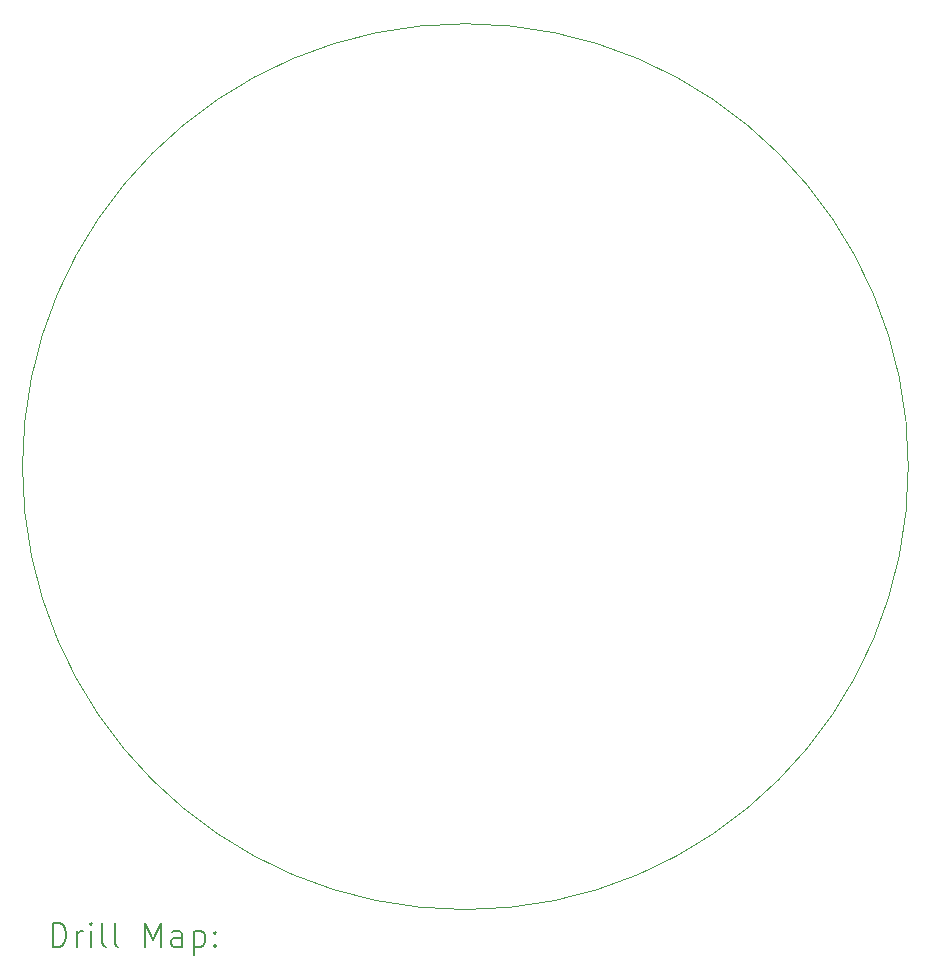
<source format=gbr>
%TF.GenerationSoftware,KiCad,Pcbnew,8.0.1-rc1*%
%TF.CreationDate,2024-04-17T17:45:37-07:00*%
%TF.ProjectId,Toolhead Board Breakout,546f6f6c-6865-4616-9420-426f61726420,rev?*%
%TF.SameCoordinates,Original*%
%TF.FileFunction,Drillmap*%
%TF.FilePolarity,Positive*%
%FSLAX45Y45*%
G04 Gerber Fmt 4.5, Leading zero omitted, Abs format (unit mm)*
G04 Created by KiCad (PCBNEW 8.0.1-rc1) date 2024-04-17 17:45:37*
%MOMM*%
%LPD*%
G01*
G04 APERTURE LIST*
%ADD10C,0.050000*%
%ADD11C,0.200000*%
G04 APERTURE END LIST*
D10*
X11250000Y-7500000D02*
G75*
G02*
X3750000Y-7500000I-3750000J0D01*
G01*
X3750000Y-7500000D02*
G75*
G02*
X11250000Y-7500000I3750000J0D01*
G01*
D11*
X4008277Y-11563984D02*
X4008277Y-11363984D01*
X4008277Y-11363984D02*
X4055896Y-11363984D01*
X4055896Y-11363984D02*
X4084467Y-11373508D01*
X4084467Y-11373508D02*
X4103515Y-11392555D01*
X4103515Y-11392555D02*
X4113039Y-11411603D01*
X4113039Y-11411603D02*
X4122562Y-11449698D01*
X4122562Y-11449698D02*
X4122562Y-11478269D01*
X4122562Y-11478269D02*
X4113039Y-11516365D01*
X4113039Y-11516365D02*
X4103515Y-11535412D01*
X4103515Y-11535412D02*
X4084467Y-11554460D01*
X4084467Y-11554460D02*
X4055896Y-11563984D01*
X4055896Y-11563984D02*
X4008277Y-11563984D01*
X4208277Y-11563984D02*
X4208277Y-11430650D01*
X4208277Y-11468746D02*
X4217801Y-11449698D01*
X4217801Y-11449698D02*
X4227324Y-11440174D01*
X4227324Y-11440174D02*
X4246372Y-11430650D01*
X4246372Y-11430650D02*
X4265420Y-11430650D01*
X4332086Y-11563984D02*
X4332086Y-11430650D01*
X4332086Y-11363984D02*
X4322563Y-11373508D01*
X4322563Y-11373508D02*
X4332086Y-11383031D01*
X4332086Y-11383031D02*
X4341610Y-11373508D01*
X4341610Y-11373508D02*
X4332086Y-11363984D01*
X4332086Y-11363984D02*
X4332086Y-11383031D01*
X4455896Y-11563984D02*
X4436848Y-11554460D01*
X4436848Y-11554460D02*
X4427324Y-11535412D01*
X4427324Y-11535412D02*
X4427324Y-11363984D01*
X4560658Y-11563984D02*
X4541610Y-11554460D01*
X4541610Y-11554460D02*
X4532086Y-11535412D01*
X4532086Y-11535412D02*
X4532086Y-11363984D01*
X4789229Y-11563984D02*
X4789229Y-11363984D01*
X4789229Y-11363984D02*
X4855896Y-11506841D01*
X4855896Y-11506841D02*
X4922563Y-11363984D01*
X4922563Y-11363984D02*
X4922563Y-11563984D01*
X5103515Y-11563984D02*
X5103515Y-11459222D01*
X5103515Y-11459222D02*
X5093991Y-11440174D01*
X5093991Y-11440174D02*
X5074944Y-11430650D01*
X5074944Y-11430650D02*
X5036848Y-11430650D01*
X5036848Y-11430650D02*
X5017801Y-11440174D01*
X5103515Y-11554460D02*
X5084467Y-11563984D01*
X5084467Y-11563984D02*
X5036848Y-11563984D01*
X5036848Y-11563984D02*
X5017801Y-11554460D01*
X5017801Y-11554460D02*
X5008277Y-11535412D01*
X5008277Y-11535412D02*
X5008277Y-11516365D01*
X5008277Y-11516365D02*
X5017801Y-11497317D01*
X5017801Y-11497317D02*
X5036848Y-11487793D01*
X5036848Y-11487793D02*
X5084467Y-11487793D01*
X5084467Y-11487793D02*
X5103515Y-11478269D01*
X5198753Y-11430650D02*
X5198753Y-11630650D01*
X5198753Y-11440174D02*
X5217801Y-11430650D01*
X5217801Y-11430650D02*
X5255896Y-11430650D01*
X5255896Y-11430650D02*
X5274944Y-11440174D01*
X5274944Y-11440174D02*
X5284467Y-11449698D01*
X5284467Y-11449698D02*
X5293991Y-11468746D01*
X5293991Y-11468746D02*
X5293991Y-11525888D01*
X5293991Y-11525888D02*
X5284467Y-11544936D01*
X5284467Y-11544936D02*
X5274944Y-11554460D01*
X5274944Y-11554460D02*
X5255896Y-11563984D01*
X5255896Y-11563984D02*
X5217801Y-11563984D01*
X5217801Y-11563984D02*
X5198753Y-11554460D01*
X5379705Y-11544936D02*
X5389229Y-11554460D01*
X5389229Y-11554460D02*
X5379705Y-11563984D01*
X5379705Y-11563984D02*
X5370182Y-11554460D01*
X5370182Y-11554460D02*
X5379705Y-11544936D01*
X5379705Y-11544936D02*
X5379705Y-11563984D01*
X5379705Y-11440174D02*
X5389229Y-11449698D01*
X5389229Y-11449698D02*
X5379705Y-11459222D01*
X5379705Y-11459222D02*
X5370182Y-11449698D01*
X5370182Y-11449698D02*
X5379705Y-11440174D01*
X5379705Y-11440174D02*
X5379705Y-11459222D01*
M02*

</source>
